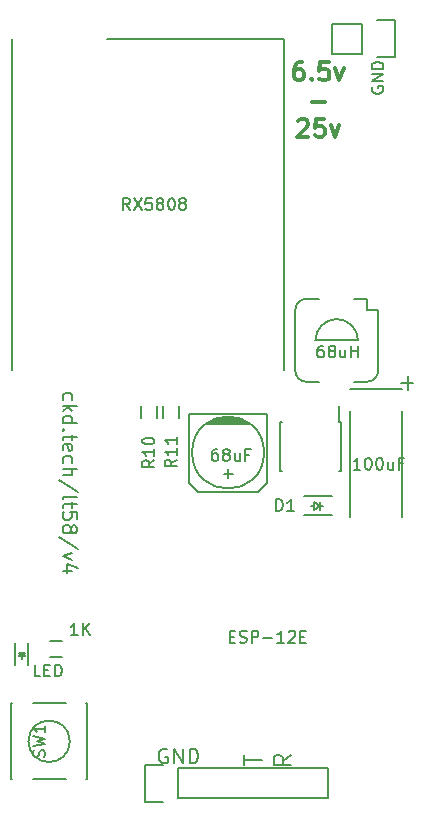
<source format=gto>
G04 #@! TF.FileFunction,Legend,Top*
%FSLAX46Y46*%
G04 Gerber Fmt 4.6, Leading zero omitted, Abs format (unit mm)*
G04 Created by KiCad (PCBNEW (2015-11-03 BZR 6296)-product) date Tuesday, November 17, 2015 'PMt' 04:43:17 PM*
%MOMM*%
G01*
G04 APERTURE LIST*
%ADD10C,0.100000*%
%ADD11C,0.150000*%
%ADD12C,0.200000*%
%ADD13C,0.300000*%
G04 APERTURE END LIST*
D10*
D11*
X193852381Y-124375000D02*
X193733333Y-124315476D01*
X193554762Y-124315476D01*
X193376190Y-124375000D01*
X193257143Y-124494048D01*
X193197619Y-124613095D01*
X193138095Y-124851190D01*
X193138095Y-125029762D01*
X193197619Y-125267857D01*
X193257143Y-125386905D01*
X193376190Y-125505952D01*
X193554762Y-125565476D01*
X193673810Y-125565476D01*
X193852381Y-125505952D01*
X193911905Y-125446429D01*
X193911905Y-125029762D01*
X193673810Y-125029762D01*
X194447619Y-125565476D02*
X194447619Y-124315476D01*
X195161905Y-125565476D01*
X195161905Y-124315476D01*
X195757143Y-125565476D02*
X195757143Y-124315476D01*
X196054762Y-124315476D01*
X196233334Y-124375000D01*
X196352381Y-124494048D01*
X196411905Y-124613095D01*
X196471429Y-124851190D01*
X196471429Y-125029762D01*
X196411905Y-125267857D01*
X196352381Y-125386905D01*
X196233334Y-125505952D01*
X196054762Y-125565476D01*
X195757143Y-125565476D01*
D12*
X204353571Y-124835714D02*
X203639286Y-125335714D01*
X204353571Y-125692857D02*
X202853571Y-125692857D01*
X202853571Y-125121429D01*
X202925000Y-124978571D01*
X202996429Y-124907143D01*
X203139286Y-124835714D01*
X203353571Y-124835714D01*
X203496429Y-124907143D01*
X203567857Y-124978571D01*
X203639286Y-125121429D01*
X203639286Y-125692857D01*
X200378571Y-125728571D02*
X200378571Y-124871428D01*
X201878571Y-125299999D02*
X200378571Y-125299999D01*
D11*
X211200000Y-68285714D02*
X211152381Y-68380952D01*
X211152381Y-68523809D01*
X211200000Y-68666667D01*
X211295238Y-68761905D01*
X211390476Y-68809524D01*
X211580952Y-68857143D01*
X211723810Y-68857143D01*
X211914286Y-68809524D01*
X212009524Y-68761905D01*
X212104762Y-68666667D01*
X212152381Y-68523809D01*
X212152381Y-68428571D01*
X212104762Y-68285714D01*
X212057143Y-68238095D01*
X211723810Y-68238095D01*
X211723810Y-68428571D01*
X212152381Y-67809524D02*
X211152381Y-67809524D01*
X212152381Y-67238095D01*
X211152381Y-67238095D01*
X212152381Y-66761905D02*
X211152381Y-66761905D01*
X211152381Y-66523810D01*
X211200000Y-66380952D01*
X211295238Y-66285714D01*
X211390476Y-66238095D01*
X211580952Y-66190476D01*
X211723810Y-66190476D01*
X211914286Y-66238095D01*
X212009524Y-66285714D01*
X212104762Y-66380952D01*
X212152381Y-66523810D01*
X212152381Y-66761905D01*
D13*
X205292858Y-66228571D02*
X205007144Y-66228571D01*
X204864287Y-66300000D01*
X204792858Y-66371429D01*
X204650001Y-66585714D01*
X204578572Y-66871429D01*
X204578572Y-67442857D01*
X204650001Y-67585714D01*
X204721429Y-67657143D01*
X204864287Y-67728571D01*
X205150001Y-67728571D01*
X205292858Y-67657143D01*
X205364287Y-67585714D01*
X205435715Y-67442857D01*
X205435715Y-67085714D01*
X205364287Y-66942857D01*
X205292858Y-66871429D01*
X205150001Y-66800000D01*
X204864287Y-66800000D01*
X204721429Y-66871429D01*
X204650001Y-66942857D01*
X204578572Y-67085714D01*
X206078572Y-67585714D02*
X206150000Y-67657143D01*
X206078572Y-67728571D01*
X206007143Y-67657143D01*
X206078572Y-67585714D01*
X206078572Y-67728571D01*
X207507144Y-66228571D02*
X206792858Y-66228571D01*
X206721429Y-66942857D01*
X206792858Y-66871429D01*
X206935715Y-66800000D01*
X207292858Y-66800000D01*
X207435715Y-66871429D01*
X207507144Y-66942857D01*
X207578572Y-67085714D01*
X207578572Y-67442857D01*
X207507144Y-67585714D01*
X207435715Y-67657143D01*
X207292858Y-67728571D01*
X206935715Y-67728571D01*
X206792858Y-67657143D01*
X206721429Y-67585714D01*
X208078572Y-66728571D02*
X208435715Y-67728571D01*
X208792857Y-66728571D01*
X206078572Y-69557143D02*
X207221429Y-69557143D01*
X204935715Y-71171429D02*
X205007144Y-71100000D01*
X205150001Y-71028571D01*
X205507144Y-71028571D01*
X205650001Y-71100000D01*
X205721430Y-71171429D01*
X205792858Y-71314286D01*
X205792858Y-71457143D01*
X205721430Y-71671429D01*
X204864287Y-72528571D01*
X205792858Y-72528571D01*
X207150001Y-71028571D02*
X206435715Y-71028571D01*
X206364286Y-71742857D01*
X206435715Y-71671429D01*
X206578572Y-71600000D01*
X206935715Y-71600000D01*
X207078572Y-71671429D01*
X207150001Y-71742857D01*
X207221429Y-71885714D01*
X207221429Y-72242857D01*
X207150001Y-72385714D01*
X207078572Y-72457143D01*
X206935715Y-72528571D01*
X206578572Y-72528571D01*
X206435715Y-72457143D01*
X206364286Y-72385714D01*
X207721429Y-71528571D02*
X208078572Y-72528571D01*
X208435714Y-71528571D01*
D12*
X185064286Y-94771430D02*
X185007143Y-94657144D01*
X185007143Y-94428573D01*
X185064286Y-94314287D01*
X185121429Y-94257144D01*
X185235714Y-94200001D01*
X185578571Y-94200001D01*
X185692857Y-94257144D01*
X185750000Y-94314287D01*
X185807143Y-94428573D01*
X185807143Y-94657144D01*
X185750000Y-94771430D01*
X185007143Y-95285715D02*
X186207143Y-95285715D01*
X185464286Y-95400001D02*
X185007143Y-95742858D01*
X185807143Y-95742858D02*
X185350000Y-95285715D01*
X185007143Y-96771430D02*
X186207143Y-96771430D01*
X185064286Y-96771430D02*
X185007143Y-96657144D01*
X185007143Y-96428573D01*
X185064286Y-96314287D01*
X185121429Y-96257144D01*
X185235714Y-96200001D01*
X185578571Y-96200001D01*
X185692857Y-96257144D01*
X185750000Y-96314287D01*
X185807143Y-96428573D01*
X185807143Y-96657144D01*
X185750000Y-96771430D01*
X185121429Y-97342858D02*
X185064286Y-97400001D01*
X185007143Y-97342858D01*
X185064286Y-97285715D01*
X185121429Y-97342858D01*
X185007143Y-97342858D01*
X185807143Y-97742859D02*
X185807143Y-98200002D01*
X186207143Y-97914287D02*
X185178571Y-97914287D01*
X185064286Y-97971430D01*
X185007143Y-98085716D01*
X185007143Y-98200002D01*
X185064286Y-99057144D02*
X185007143Y-98942858D01*
X185007143Y-98714287D01*
X185064286Y-98600001D01*
X185178571Y-98542858D01*
X185635714Y-98542858D01*
X185750000Y-98600001D01*
X185807143Y-98714287D01*
X185807143Y-98942858D01*
X185750000Y-99057144D01*
X185635714Y-99114287D01*
X185521429Y-99114287D01*
X185407143Y-98542858D01*
X185064286Y-100142858D02*
X185007143Y-100028572D01*
X185007143Y-99800001D01*
X185064286Y-99685715D01*
X185121429Y-99628572D01*
X185235714Y-99571429D01*
X185578571Y-99571429D01*
X185692857Y-99628572D01*
X185750000Y-99685715D01*
X185807143Y-99800001D01*
X185807143Y-100028572D01*
X185750000Y-100142858D01*
X185007143Y-100657143D02*
X186207143Y-100657143D01*
X185007143Y-101171429D02*
X185635714Y-101171429D01*
X185750000Y-101114286D01*
X185807143Y-101000000D01*
X185807143Y-100828572D01*
X185750000Y-100714286D01*
X185692857Y-100657143D01*
X186264286Y-102600000D02*
X184721429Y-101571429D01*
X185007143Y-103171429D02*
X185064286Y-103057143D01*
X185178571Y-103000000D01*
X186207143Y-103000000D01*
X185807143Y-103457143D02*
X185807143Y-103914286D01*
X186207143Y-103628571D02*
X185178571Y-103628571D01*
X185064286Y-103685714D01*
X185007143Y-103800000D01*
X185007143Y-103914286D01*
X186207143Y-104885714D02*
X186207143Y-104314285D01*
X185635714Y-104257142D01*
X185692857Y-104314285D01*
X185750000Y-104428571D01*
X185750000Y-104714285D01*
X185692857Y-104828571D01*
X185635714Y-104885714D01*
X185521429Y-104942857D01*
X185235714Y-104942857D01*
X185121429Y-104885714D01*
X185064286Y-104828571D01*
X185007143Y-104714285D01*
X185007143Y-104428571D01*
X185064286Y-104314285D01*
X185121429Y-104257142D01*
X185692857Y-105628571D02*
X185750000Y-105514285D01*
X185807143Y-105457142D01*
X185921429Y-105399999D01*
X185978571Y-105399999D01*
X186092857Y-105457142D01*
X186150000Y-105514285D01*
X186207143Y-105628571D01*
X186207143Y-105857142D01*
X186150000Y-105971428D01*
X186092857Y-106028571D01*
X185978571Y-106085714D01*
X185921429Y-106085714D01*
X185807143Y-106028571D01*
X185750000Y-105971428D01*
X185692857Y-105857142D01*
X185692857Y-105628571D01*
X185635714Y-105514285D01*
X185578571Y-105457142D01*
X185464286Y-105399999D01*
X185235714Y-105399999D01*
X185121429Y-105457142D01*
X185064286Y-105514285D01*
X185007143Y-105628571D01*
X185007143Y-105857142D01*
X185064286Y-105971428D01*
X185121429Y-106028571D01*
X185235714Y-106085714D01*
X185464286Y-106085714D01*
X185578571Y-106028571D01*
X185635714Y-105971428D01*
X185692857Y-105857142D01*
X186264286Y-107457142D02*
X184721429Y-106428571D01*
X185807143Y-107742857D02*
X185007143Y-108028571D01*
X185807143Y-108314285D01*
X185807143Y-109285714D02*
X185007143Y-109285714D01*
X186264286Y-109000000D02*
X185407143Y-108714285D01*
X185407143Y-109457143D01*
D11*
X199762000Y-96329000D02*
X198238000Y-96329000D01*
X197857000Y-96456000D02*
X200143000Y-96456000D01*
X200397000Y-96583000D02*
X197603000Y-96583000D01*
X197349000Y-96710000D02*
X200651000Y-96710000D01*
X200778000Y-96837000D02*
X197222000Y-96837000D01*
X202302000Y-95948000D02*
X195698000Y-95948000D01*
X195698000Y-95948000D02*
X195698000Y-101790000D01*
X195698000Y-101790000D02*
X196460000Y-102552000D01*
X196460000Y-102552000D02*
X201540000Y-102552000D01*
X201540000Y-102552000D02*
X202302000Y-101790000D01*
X202302000Y-101790000D02*
X202302000Y-95948000D01*
X199000000Y-101409000D02*
X199000000Y-100647000D01*
X199381000Y-101028000D02*
X198619000Y-101028000D01*
X202048000Y-99250000D02*
G75*
G03X202048000Y-99250000I-3048000J0D01*
G01*
X213699640Y-93846660D02*
X209300360Y-93846660D01*
X209300360Y-95749120D02*
X209300360Y-104750880D01*
X213699640Y-104750880D02*
X213699640Y-95749120D01*
X214702940Y-93392000D02*
X213603120Y-93392000D01*
X214202560Y-92792560D02*
X214202560Y-93991440D01*
X206250000Y-103750000D02*
X206000000Y-103750000D01*
X206750000Y-103750000D02*
X207000000Y-103750000D01*
X206750000Y-103750000D02*
X206250000Y-104100000D01*
X206250000Y-104100000D02*
X206250000Y-103400000D01*
X206250000Y-103400000D02*
X206750000Y-103750000D01*
X206750000Y-104100000D02*
X206750000Y-103400000D01*
X207800000Y-102950000D02*
X205400000Y-102950000D01*
X207800000Y-104550000D02*
X205400000Y-104550000D01*
X180975000Y-115350000D02*
X180975000Y-117250000D01*
X182075000Y-115350000D02*
X182075000Y-117250000D01*
X181525000Y-116250000D02*
X181525000Y-116700000D01*
X181775000Y-116200000D02*
X181275000Y-116200000D01*
X181525000Y-116200000D02*
X181775000Y-116450000D01*
X181775000Y-116450000D02*
X181275000Y-116450000D01*
X181275000Y-116450000D02*
X181525000Y-116200000D01*
X208200000Y-87950000D02*
G75*
G03X206400000Y-89750000I0J-1800000D01*
G01*
X210000000Y-89750000D02*
G75*
G03X208200000Y-87950000I-1800000J0D01*
G01*
X206400000Y-89750000D02*
X210000000Y-89750000D01*
X205600000Y-86250000D02*
G75*
G03X204700000Y-87150000I0J-900000D01*
G01*
X204700000Y-92350000D02*
G75*
G03X205600000Y-93250000I900000J0D01*
G01*
X210800000Y-93250000D02*
G75*
G03X211700000Y-92350000I0J900000D01*
G01*
X210800000Y-86250000D02*
X210800000Y-87150000D01*
X210800000Y-87150000D02*
X211700000Y-87150000D01*
X206700000Y-93250000D02*
X205600000Y-93250000D01*
X210800000Y-93250000D02*
X209700000Y-93250000D01*
X210800000Y-86250000D02*
X209700000Y-86250000D01*
X206700000Y-86250000D02*
X205600000Y-86250000D01*
X204700000Y-87150000D02*
X204700000Y-92350000D01*
X211700000Y-87150000D02*
X211700000Y-92350000D01*
X184950000Y-116525000D02*
X183950000Y-116525000D01*
X183950000Y-115175000D02*
X184950000Y-115175000D01*
X203750000Y-64250000D02*
X188750000Y-64250000D01*
X180750000Y-64250000D02*
X180750000Y-92250000D01*
X203750000Y-64250000D02*
X203750000Y-92250000D01*
X208575000Y-96675000D02*
X208430000Y-96675000D01*
X208575000Y-100825000D02*
X208430000Y-100825000D01*
X203425000Y-100825000D02*
X203570000Y-100825000D01*
X203425000Y-96675000D02*
X203570000Y-96675000D01*
X208575000Y-96675000D02*
X208575000Y-100825000D01*
X203425000Y-96675000D02*
X203425000Y-100825000D01*
X208430000Y-96675000D02*
X208430000Y-95275000D01*
X194770000Y-125980000D02*
X207470000Y-125980000D01*
X207470000Y-125980000D02*
X207470000Y-128520000D01*
X207470000Y-128520000D02*
X194770000Y-128520000D01*
X191950000Y-125700000D02*
X193500000Y-125700000D01*
X194770000Y-125980000D02*
X194770000Y-128520000D01*
X193500000Y-128800000D02*
X191950000Y-128800000D01*
X191950000Y-128800000D02*
X191950000Y-125700000D01*
X185600714Y-123700000D02*
G75*
G03X185600714Y-123700000I-1750714J0D01*
G01*
X180625000Y-120475000D02*
X180750000Y-120475000D01*
X187075000Y-120475000D02*
X186950000Y-120475000D01*
X187075000Y-126925000D02*
X186950000Y-126925000D01*
X180750000Y-126925000D02*
X180625000Y-126925000D01*
X182450000Y-120475000D02*
X185250000Y-120475000D01*
X180625000Y-126925000D02*
X180625000Y-120475000D01*
X182450000Y-126925000D02*
X185250000Y-126925000D01*
X187075000Y-126925000D02*
X187075000Y-120475000D01*
X210330000Y-65470000D02*
X207790000Y-65470000D01*
X213150000Y-65750000D02*
X211600000Y-65750000D01*
X210330000Y-65470000D02*
X210330000Y-62930000D01*
X211600000Y-62650000D02*
X213150000Y-62650000D01*
X213150000Y-62650000D02*
X213150000Y-65750000D01*
X210330000Y-62930000D02*
X207790000Y-62930000D01*
X207790000Y-62930000D02*
X207790000Y-65470000D01*
X191625000Y-96300000D02*
X191625000Y-95300000D01*
X192975000Y-95300000D02*
X192975000Y-96300000D01*
X194875000Y-95300000D02*
X194875000Y-96300000D01*
X193525000Y-96300000D02*
X193525000Y-95300000D01*
X198083334Y-98952381D02*
X197892857Y-98952381D01*
X197797619Y-99000000D01*
X197750000Y-99047619D01*
X197654762Y-99190476D01*
X197607143Y-99380952D01*
X197607143Y-99761905D01*
X197654762Y-99857143D01*
X197702381Y-99904762D01*
X197797619Y-99952381D01*
X197988096Y-99952381D01*
X198083334Y-99904762D01*
X198130953Y-99857143D01*
X198178572Y-99761905D01*
X198178572Y-99523810D01*
X198130953Y-99428571D01*
X198083334Y-99380952D01*
X197988096Y-99333333D01*
X197797619Y-99333333D01*
X197702381Y-99380952D01*
X197654762Y-99428571D01*
X197607143Y-99523810D01*
X198750000Y-99380952D02*
X198654762Y-99333333D01*
X198607143Y-99285714D01*
X198559524Y-99190476D01*
X198559524Y-99142857D01*
X198607143Y-99047619D01*
X198654762Y-99000000D01*
X198750000Y-98952381D01*
X198940477Y-98952381D01*
X199035715Y-99000000D01*
X199083334Y-99047619D01*
X199130953Y-99142857D01*
X199130953Y-99190476D01*
X199083334Y-99285714D01*
X199035715Y-99333333D01*
X198940477Y-99380952D01*
X198750000Y-99380952D01*
X198654762Y-99428571D01*
X198607143Y-99476190D01*
X198559524Y-99571429D01*
X198559524Y-99761905D01*
X198607143Y-99857143D01*
X198654762Y-99904762D01*
X198750000Y-99952381D01*
X198940477Y-99952381D01*
X199035715Y-99904762D01*
X199083334Y-99857143D01*
X199130953Y-99761905D01*
X199130953Y-99571429D01*
X199083334Y-99476190D01*
X199035715Y-99428571D01*
X198940477Y-99380952D01*
X199988096Y-99285714D02*
X199988096Y-99952381D01*
X199559524Y-99285714D02*
X199559524Y-99809524D01*
X199607143Y-99904762D01*
X199702381Y-99952381D01*
X199845239Y-99952381D01*
X199940477Y-99904762D01*
X199988096Y-99857143D01*
X200797620Y-99428571D02*
X200464286Y-99428571D01*
X200464286Y-99952381D02*
X200464286Y-98952381D01*
X200940477Y-98952381D01*
X210202381Y-100702381D02*
X209630952Y-100702381D01*
X209916666Y-100702381D02*
X209916666Y-99702381D01*
X209821428Y-99845238D01*
X209726190Y-99940476D01*
X209630952Y-99988095D01*
X210821428Y-99702381D02*
X210916667Y-99702381D01*
X211011905Y-99750000D01*
X211059524Y-99797619D01*
X211107143Y-99892857D01*
X211154762Y-100083333D01*
X211154762Y-100321429D01*
X211107143Y-100511905D01*
X211059524Y-100607143D01*
X211011905Y-100654762D01*
X210916667Y-100702381D01*
X210821428Y-100702381D01*
X210726190Y-100654762D01*
X210678571Y-100607143D01*
X210630952Y-100511905D01*
X210583333Y-100321429D01*
X210583333Y-100083333D01*
X210630952Y-99892857D01*
X210678571Y-99797619D01*
X210726190Y-99750000D01*
X210821428Y-99702381D01*
X211773809Y-99702381D02*
X211869048Y-99702381D01*
X211964286Y-99750000D01*
X212011905Y-99797619D01*
X212059524Y-99892857D01*
X212107143Y-100083333D01*
X212107143Y-100321429D01*
X212059524Y-100511905D01*
X212011905Y-100607143D01*
X211964286Y-100654762D01*
X211869048Y-100702381D01*
X211773809Y-100702381D01*
X211678571Y-100654762D01*
X211630952Y-100607143D01*
X211583333Y-100511905D01*
X211535714Y-100321429D01*
X211535714Y-100083333D01*
X211583333Y-99892857D01*
X211630952Y-99797619D01*
X211678571Y-99750000D01*
X211773809Y-99702381D01*
X212964286Y-100035714D02*
X212964286Y-100702381D01*
X212535714Y-100035714D02*
X212535714Y-100559524D01*
X212583333Y-100654762D01*
X212678571Y-100702381D01*
X212821429Y-100702381D01*
X212916667Y-100654762D01*
X212964286Y-100607143D01*
X213773810Y-100178571D02*
X213440476Y-100178571D01*
X213440476Y-100702381D02*
X213440476Y-99702381D01*
X213916667Y-99702381D01*
X214271449Y-93775492D02*
X214271449Y-93013587D01*
X214652401Y-93394539D02*
X213890496Y-93394539D01*
X203061905Y-104202381D02*
X203061905Y-103202381D01*
X203300000Y-103202381D01*
X203442858Y-103250000D01*
X203538096Y-103345238D01*
X203585715Y-103440476D01*
X203633334Y-103630952D01*
X203633334Y-103773810D01*
X203585715Y-103964286D01*
X203538096Y-104059524D01*
X203442858Y-104154762D01*
X203300000Y-104202381D01*
X203061905Y-104202381D01*
X204585715Y-104202381D02*
X204014286Y-104202381D01*
X204300000Y-104202381D02*
X204300000Y-103202381D01*
X204204762Y-103345238D01*
X204109524Y-103440476D01*
X204014286Y-103488095D01*
X183107143Y-118202381D02*
X182630952Y-118202381D01*
X182630952Y-117202381D01*
X183440476Y-117678571D02*
X183773810Y-117678571D01*
X183916667Y-118202381D02*
X183440476Y-118202381D01*
X183440476Y-117202381D01*
X183916667Y-117202381D01*
X184345238Y-118202381D02*
X184345238Y-117202381D01*
X184583333Y-117202381D01*
X184726191Y-117250000D01*
X184821429Y-117345238D01*
X184869048Y-117440476D01*
X184916667Y-117630952D01*
X184916667Y-117773810D01*
X184869048Y-117964286D01*
X184821429Y-118059524D01*
X184726191Y-118154762D01*
X184583333Y-118202381D01*
X184345238Y-118202381D01*
X207038096Y-90202381D02*
X206847619Y-90202381D01*
X206752381Y-90250000D01*
X206704762Y-90297619D01*
X206609524Y-90440476D01*
X206561905Y-90630952D01*
X206561905Y-91011905D01*
X206609524Y-91107143D01*
X206657143Y-91154762D01*
X206752381Y-91202381D01*
X206942858Y-91202381D01*
X207038096Y-91154762D01*
X207085715Y-91107143D01*
X207133334Y-91011905D01*
X207133334Y-90773810D01*
X207085715Y-90678571D01*
X207038096Y-90630952D01*
X206942858Y-90583333D01*
X206752381Y-90583333D01*
X206657143Y-90630952D01*
X206609524Y-90678571D01*
X206561905Y-90773810D01*
X207704762Y-90630952D02*
X207609524Y-90583333D01*
X207561905Y-90535714D01*
X207514286Y-90440476D01*
X207514286Y-90392857D01*
X207561905Y-90297619D01*
X207609524Y-90250000D01*
X207704762Y-90202381D01*
X207895239Y-90202381D01*
X207990477Y-90250000D01*
X208038096Y-90297619D01*
X208085715Y-90392857D01*
X208085715Y-90440476D01*
X208038096Y-90535714D01*
X207990477Y-90583333D01*
X207895239Y-90630952D01*
X207704762Y-90630952D01*
X207609524Y-90678571D01*
X207561905Y-90726190D01*
X207514286Y-90821429D01*
X207514286Y-91011905D01*
X207561905Y-91107143D01*
X207609524Y-91154762D01*
X207704762Y-91202381D01*
X207895239Y-91202381D01*
X207990477Y-91154762D01*
X208038096Y-91107143D01*
X208085715Y-91011905D01*
X208085715Y-90821429D01*
X208038096Y-90726190D01*
X207990477Y-90678571D01*
X207895239Y-90630952D01*
X208942858Y-90535714D02*
X208942858Y-91202381D01*
X208514286Y-90535714D02*
X208514286Y-91059524D01*
X208561905Y-91154762D01*
X208657143Y-91202381D01*
X208800001Y-91202381D01*
X208895239Y-91154762D01*
X208942858Y-91107143D01*
X209419048Y-91202381D02*
X209419048Y-90202381D01*
X209419048Y-90678571D02*
X209990477Y-90678571D01*
X209990477Y-91202381D02*
X209990477Y-90202381D01*
X186285715Y-114702381D02*
X185714286Y-114702381D01*
X186000000Y-114702381D02*
X186000000Y-113702381D01*
X185904762Y-113845238D01*
X185809524Y-113940476D01*
X185714286Y-113988095D01*
X186714286Y-114702381D02*
X186714286Y-113702381D01*
X187285715Y-114702381D02*
X186857143Y-114130952D01*
X187285715Y-113702381D02*
X186714286Y-114273810D01*
X190678572Y-78702381D02*
X190345238Y-78226190D01*
X190107143Y-78702381D02*
X190107143Y-77702381D01*
X190488096Y-77702381D01*
X190583334Y-77750000D01*
X190630953Y-77797619D01*
X190678572Y-77892857D01*
X190678572Y-78035714D01*
X190630953Y-78130952D01*
X190583334Y-78178571D01*
X190488096Y-78226190D01*
X190107143Y-78226190D01*
X191011905Y-77702381D02*
X191678572Y-78702381D01*
X191678572Y-77702381D02*
X191011905Y-78702381D01*
X192535715Y-77702381D02*
X192059524Y-77702381D01*
X192011905Y-78178571D01*
X192059524Y-78130952D01*
X192154762Y-78083333D01*
X192392858Y-78083333D01*
X192488096Y-78130952D01*
X192535715Y-78178571D01*
X192583334Y-78273810D01*
X192583334Y-78511905D01*
X192535715Y-78607143D01*
X192488096Y-78654762D01*
X192392858Y-78702381D01*
X192154762Y-78702381D01*
X192059524Y-78654762D01*
X192011905Y-78607143D01*
X193154762Y-78130952D02*
X193059524Y-78083333D01*
X193011905Y-78035714D01*
X192964286Y-77940476D01*
X192964286Y-77892857D01*
X193011905Y-77797619D01*
X193059524Y-77750000D01*
X193154762Y-77702381D01*
X193345239Y-77702381D01*
X193440477Y-77750000D01*
X193488096Y-77797619D01*
X193535715Y-77892857D01*
X193535715Y-77940476D01*
X193488096Y-78035714D01*
X193440477Y-78083333D01*
X193345239Y-78130952D01*
X193154762Y-78130952D01*
X193059524Y-78178571D01*
X193011905Y-78226190D01*
X192964286Y-78321429D01*
X192964286Y-78511905D01*
X193011905Y-78607143D01*
X193059524Y-78654762D01*
X193154762Y-78702381D01*
X193345239Y-78702381D01*
X193440477Y-78654762D01*
X193488096Y-78607143D01*
X193535715Y-78511905D01*
X193535715Y-78321429D01*
X193488096Y-78226190D01*
X193440477Y-78178571D01*
X193345239Y-78130952D01*
X194154762Y-77702381D02*
X194250001Y-77702381D01*
X194345239Y-77750000D01*
X194392858Y-77797619D01*
X194440477Y-77892857D01*
X194488096Y-78083333D01*
X194488096Y-78321429D01*
X194440477Y-78511905D01*
X194392858Y-78607143D01*
X194345239Y-78654762D01*
X194250001Y-78702381D01*
X194154762Y-78702381D01*
X194059524Y-78654762D01*
X194011905Y-78607143D01*
X193964286Y-78511905D01*
X193916667Y-78321429D01*
X193916667Y-78083333D01*
X193964286Y-77892857D01*
X194011905Y-77797619D01*
X194059524Y-77750000D01*
X194154762Y-77702381D01*
X195059524Y-78130952D02*
X194964286Y-78083333D01*
X194916667Y-78035714D01*
X194869048Y-77940476D01*
X194869048Y-77892857D01*
X194916667Y-77797619D01*
X194964286Y-77750000D01*
X195059524Y-77702381D01*
X195250001Y-77702381D01*
X195345239Y-77750000D01*
X195392858Y-77797619D01*
X195440477Y-77892857D01*
X195440477Y-77940476D01*
X195392858Y-78035714D01*
X195345239Y-78083333D01*
X195250001Y-78130952D01*
X195059524Y-78130952D01*
X194964286Y-78178571D01*
X194916667Y-78226190D01*
X194869048Y-78321429D01*
X194869048Y-78511905D01*
X194916667Y-78607143D01*
X194964286Y-78654762D01*
X195059524Y-78702381D01*
X195250001Y-78702381D01*
X195345239Y-78654762D01*
X195392858Y-78607143D01*
X195440477Y-78511905D01*
X195440477Y-78321429D01*
X195392858Y-78226190D01*
X195345239Y-78178571D01*
X195250001Y-78130952D01*
X199135714Y-114828571D02*
X199469048Y-114828571D01*
X199611905Y-115352381D02*
X199135714Y-115352381D01*
X199135714Y-114352381D01*
X199611905Y-114352381D01*
X199992857Y-115304762D02*
X200135714Y-115352381D01*
X200373810Y-115352381D01*
X200469048Y-115304762D01*
X200516667Y-115257143D01*
X200564286Y-115161905D01*
X200564286Y-115066667D01*
X200516667Y-114971429D01*
X200469048Y-114923810D01*
X200373810Y-114876190D01*
X200183333Y-114828571D01*
X200088095Y-114780952D01*
X200040476Y-114733333D01*
X199992857Y-114638095D01*
X199992857Y-114542857D01*
X200040476Y-114447619D01*
X200088095Y-114400000D01*
X200183333Y-114352381D01*
X200421429Y-114352381D01*
X200564286Y-114400000D01*
X200992857Y-115352381D02*
X200992857Y-114352381D01*
X201373810Y-114352381D01*
X201469048Y-114400000D01*
X201516667Y-114447619D01*
X201564286Y-114542857D01*
X201564286Y-114685714D01*
X201516667Y-114780952D01*
X201469048Y-114828571D01*
X201373810Y-114876190D01*
X200992857Y-114876190D01*
X201992857Y-114971429D02*
X202754762Y-114971429D01*
X203754762Y-115352381D02*
X203183333Y-115352381D01*
X203469047Y-115352381D02*
X203469047Y-114352381D01*
X203373809Y-114495238D01*
X203278571Y-114590476D01*
X203183333Y-114638095D01*
X204135714Y-114447619D02*
X204183333Y-114400000D01*
X204278571Y-114352381D01*
X204516667Y-114352381D01*
X204611905Y-114400000D01*
X204659524Y-114447619D01*
X204707143Y-114542857D01*
X204707143Y-114638095D01*
X204659524Y-114780952D01*
X204088095Y-115352381D01*
X204707143Y-115352381D01*
X205135714Y-114828571D02*
X205469048Y-114828571D01*
X205611905Y-115352381D02*
X205135714Y-115352381D01*
X205135714Y-114352381D01*
X205611905Y-114352381D01*
X183454762Y-125033333D02*
X183502381Y-124890476D01*
X183502381Y-124652380D01*
X183454762Y-124557142D01*
X183407143Y-124509523D01*
X183311905Y-124461904D01*
X183216667Y-124461904D01*
X183121429Y-124509523D01*
X183073810Y-124557142D01*
X183026190Y-124652380D01*
X182978571Y-124842857D01*
X182930952Y-124938095D01*
X182883333Y-124985714D01*
X182788095Y-125033333D01*
X182692857Y-125033333D01*
X182597619Y-124985714D01*
X182550000Y-124938095D01*
X182502381Y-124842857D01*
X182502381Y-124604761D01*
X182550000Y-124461904D01*
X182502381Y-124128571D02*
X183502381Y-123890476D01*
X182788095Y-123699999D01*
X183502381Y-123509523D01*
X182502381Y-123271428D01*
X183502381Y-122366666D02*
X183502381Y-122938095D01*
X183502381Y-122652381D02*
X182502381Y-122652381D01*
X182645238Y-122747619D01*
X182740476Y-122842857D01*
X182788095Y-122938095D01*
X192752381Y-99892857D02*
X192276190Y-100226191D01*
X192752381Y-100464286D02*
X191752381Y-100464286D01*
X191752381Y-100083333D01*
X191800000Y-99988095D01*
X191847619Y-99940476D01*
X191942857Y-99892857D01*
X192085714Y-99892857D01*
X192180952Y-99940476D01*
X192228571Y-99988095D01*
X192276190Y-100083333D01*
X192276190Y-100464286D01*
X192752381Y-98940476D02*
X192752381Y-99511905D01*
X192752381Y-99226191D02*
X191752381Y-99226191D01*
X191895238Y-99321429D01*
X191990476Y-99416667D01*
X192038095Y-99511905D01*
X191752381Y-98321429D02*
X191752381Y-98226190D01*
X191800000Y-98130952D01*
X191847619Y-98083333D01*
X191942857Y-98035714D01*
X192133333Y-97988095D01*
X192371429Y-97988095D01*
X192561905Y-98035714D01*
X192657143Y-98083333D01*
X192704762Y-98130952D01*
X192752381Y-98226190D01*
X192752381Y-98321429D01*
X192704762Y-98416667D01*
X192657143Y-98464286D01*
X192561905Y-98511905D01*
X192371429Y-98559524D01*
X192133333Y-98559524D01*
X191942857Y-98511905D01*
X191847619Y-98464286D01*
X191800000Y-98416667D01*
X191752381Y-98321429D01*
X194652381Y-99842857D02*
X194176190Y-100176191D01*
X194652381Y-100414286D02*
X193652381Y-100414286D01*
X193652381Y-100033333D01*
X193700000Y-99938095D01*
X193747619Y-99890476D01*
X193842857Y-99842857D01*
X193985714Y-99842857D01*
X194080952Y-99890476D01*
X194128571Y-99938095D01*
X194176190Y-100033333D01*
X194176190Y-100414286D01*
X194652381Y-98890476D02*
X194652381Y-99461905D01*
X194652381Y-99176191D02*
X193652381Y-99176191D01*
X193795238Y-99271429D01*
X193890476Y-99366667D01*
X193938095Y-99461905D01*
X194652381Y-97938095D02*
X194652381Y-98509524D01*
X194652381Y-98223810D02*
X193652381Y-98223810D01*
X193795238Y-98319048D01*
X193890476Y-98414286D01*
X193938095Y-98509524D01*
M02*

</source>
